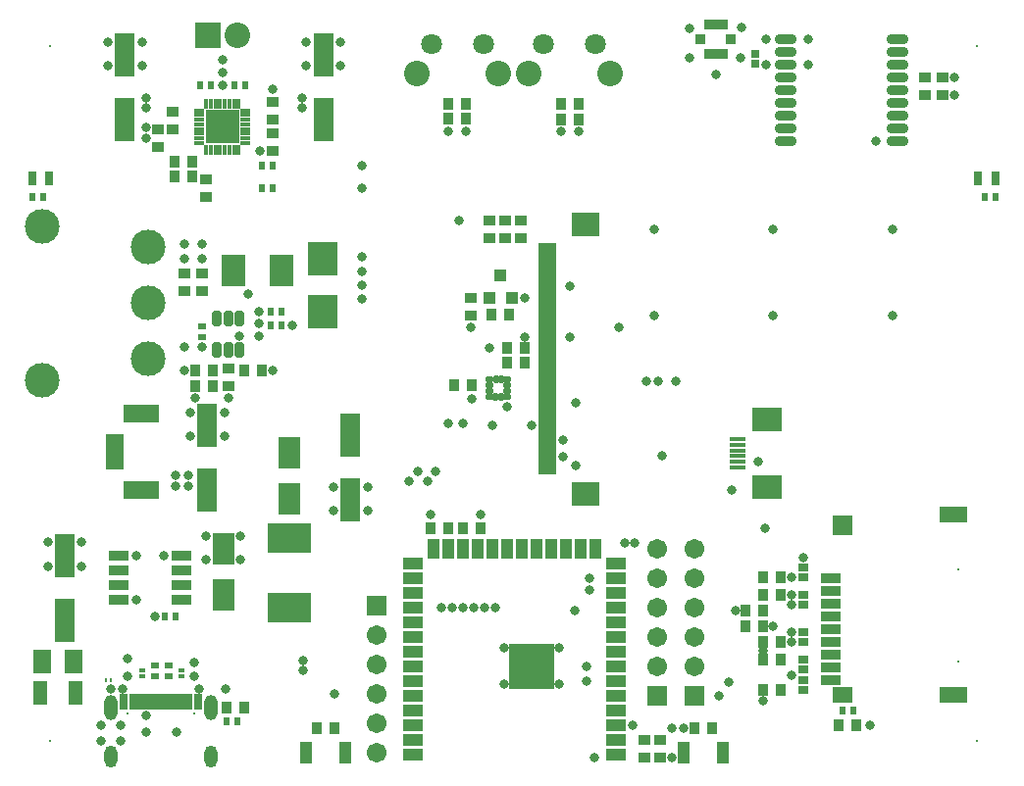
<source format=gts>
G04*
G04 #@! TF.GenerationSoftware,Altium Limited,Altium Designer,23.6.0 (18)*
G04*
G04 Layer_Color=8388736*
%FSLAX25Y25*%
%MOIN*%
G70*
G04*
G04 #@! TF.SameCoordinates,B1711246-A666-457E-9349-3D56B44E1F9A*
G04*
G04*
G04 #@! TF.FilePolarity,Negative*
G04*
G01*
G75*
%ADD76R,0.01063X0.01378*%
%ADD77R,0.04973X0.07965*%
%ADD78R,0.05315X0.01575*%
%ADD79R,0.10236X0.08268*%
%ADD80O,0.07487X0.03550*%
%ADD81R,0.03162X0.02926*%
%ADD82R,0.01417X0.03780*%
%ADD83R,0.03780X0.01417*%
%ADD84R,0.11430X0.11430*%
G04:AMPARAMS|DCode=85|XSize=25.72mil|YSize=21.78mil|CornerRadius=6.07mil|HoleSize=0mil|Usage=FLASHONLY|Rotation=0.000|XOffset=0mil|YOffset=0mil|HoleType=Round|Shape=RoundedRectangle|*
%AMROUNDEDRECTD85*
21,1,0.02572,0.00965,0,0,0.0*
21,1,0.01358,0.02178,0,0,0.0*
1,1,0.01213,0.00679,-0.00482*
1,1,0.01213,-0.00679,-0.00482*
1,1,0.01213,-0.00679,0.00482*
1,1,0.01213,0.00679,0.00482*
%
%ADD85ROUNDEDRECTD85*%
G04:AMPARAMS|DCode=86|XSize=25.72mil|YSize=21.78mil|CornerRadius=6.07mil|HoleSize=0mil|Usage=FLASHONLY|Rotation=90.000|XOffset=0mil|YOffset=0mil|HoleType=Round|Shape=RoundedRectangle|*
%AMROUNDEDRECTD86*
21,1,0.02572,0.00965,0,0,90.0*
21,1,0.01358,0.02178,0,0,90.0*
1,1,0.01213,0.00482,0.00679*
1,1,0.01213,0.00482,-0.00679*
1,1,0.01213,-0.00482,-0.00679*
1,1,0.01213,-0.00482,0.00679*
%
%ADD86ROUNDEDRECTD86*%
%ADD87R,0.02233X0.02933*%
%ADD88R,0.07099X0.14580*%
%ADD89R,0.04300X0.03800*%
%ADD90R,0.14580X0.10052*%
%ADD91R,0.03800X0.04300*%
%ADD92R,0.04028X0.04422*%
%ADD93R,0.06312X0.07965*%
%ADD94R,0.03972X0.03472*%
%ADD95R,0.08268X0.03543*%
%ADD96R,0.03543X0.03543*%
%ADD97R,0.03543X0.03543*%
%ADD98R,0.07493X0.10642*%
%ADD99R,0.02272X0.02972*%
%ADD100R,0.06706X0.03359*%
%ADD101R,0.01890X0.01496*%
%ADD102R,0.02933X0.02233*%
%ADD103R,0.03472X0.03972*%
%ADD104R,0.01981X0.05524*%
%ADD105R,0.03162X0.05524*%
%ADD106R,0.15367X0.15367*%
%ADD107R,0.06706X0.04343*%
%ADD108R,0.04343X0.06706*%
%ADD109R,0.04028X0.07572*%
%ADD110R,0.03398X0.02965*%
%ADD111R,0.06706X0.07099*%
%ADD112R,0.07099X0.03556*%
%ADD113R,0.06706X0.05524*%
%ADD114R,0.09461X0.05524*%
G04:AMPARAMS|DCode=115|XSize=55.24mil|YSize=31.62mil|CornerRadius=6.95mil|HoleSize=0mil|Usage=FLASHONLY|Rotation=270.000|XOffset=0mil|YOffset=0mil|HoleType=Round|Shape=RoundedRectangle|*
%AMROUNDEDRECTD115*
21,1,0.05524,0.01772,0,0,270.0*
21,1,0.04134,0.03162,0,0,270.0*
1,1,0.01391,-0.00886,-0.02067*
1,1,0.01391,-0.00886,0.02067*
1,1,0.01391,0.00886,0.02067*
1,1,0.01391,0.00886,-0.02067*
%
%ADD115ROUNDEDRECTD115*%
%ADD116R,0.08280X0.11036*%
%ADD117R,0.02972X0.02272*%
%ADD118R,0.10249X0.11824*%
%ADD119R,0.02769X0.04737*%
%ADD120R,0.09461X0.07887*%
%ADD121R,0.05918X0.01981*%
%ADD122C,0.06706*%
%ADD123R,0.06706X0.06706*%
%ADD124O,0.04343X0.07493*%
%ADD125O,0.04343X0.08674*%
%ADD126C,0.00800*%
%ADD127C,0.08674*%
%ADD128C,0.07099*%
%ADD129R,0.08674X0.08674*%
%ADD130R,0.06299X0.12205*%
%ADD131R,0.12205X0.06299*%
%ADD132C,0.00394*%
%ADD133C,0.11824*%
%ADD134R,0.00800X0.00800*%
%ADD135C,0.03162*%
D76*
X28777Y30687D02*
D03*
X30352D02*
D03*
D77*
X18416Y26200D02*
D03*
X6384D02*
D03*
D78*
X243228Y102787D02*
D03*
Y104755D02*
D03*
Y106725D02*
D03*
Y108693D02*
D03*
Y110661D02*
D03*
Y112629D02*
D03*
D79*
X253366Y96134D02*
D03*
Y119283D02*
D03*
D80*
X259800Y213882D02*
D03*
Y218212D02*
D03*
Y222543D02*
D03*
Y226874D02*
D03*
Y231204D02*
D03*
Y235535D02*
D03*
Y239866D02*
D03*
Y244197D02*
D03*
Y248527D02*
D03*
X297685D02*
D03*
Y244197D02*
D03*
Y239866D02*
D03*
Y235535D02*
D03*
Y231204D02*
D03*
Y226874D02*
D03*
Y222543D02*
D03*
Y218212D02*
D03*
Y213882D02*
D03*
D81*
X249200Y240295D02*
D03*
Y243696D02*
D03*
D82*
X73774Y226654D02*
D03*
X72199D02*
D03*
X70624D02*
D03*
X69050D02*
D03*
X62750D02*
D03*
X67475D02*
D03*
X65900D02*
D03*
X64325D02*
D03*
X62750Y210906D02*
D03*
X64325D02*
D03*
X65900D02*
D03*
X67475D02*
D03*
X69050D02*
D03*
X70624D02*
D03*
X72199D02*
D03*
X73774D02*
D03*
D83*
X60388Y213268D02*
D03*
Y214843D02*
D03*
Y216418D02*
D03*
Y217993D02*
D03*
Y224292D02*
D03*
Y222717D02*
D03*
Y221143D02*
D03*
Y219568D02*
D03*
X76136Y213268D02*
D03*
Y214843D02*
D03*
Y216418D02*
D03*
Y217993D02*
D03*
Y224292D02*
D03*
Y222717D02*
D03*
Y221143D02*
D03*
Y219568D02*
D03*
D84*
X68262Y218780D02*
D03*
D85*
X159162Y130786D02*
D03*
Y128818D02*
D03*
Y132755D02*
D03*
Y126849D02*
D03*
X165186Y132755D02*
D03*
Y130786D02*
D03*
Y128818D02*
D03*
Y126849D02*
D03*
D86*
X161190Y132814D02*
D03*
X163158D02*
D03*
Y126790D02*
D03*
X161131D02*
D03*
D87*
X81700Y197732D02*
D03*
X85400D02*
D03*
X73500Y16385D02*
D03*
X69800D02*
D03*
X278930Y20100D02*
D03*
X282630D02*
D03*
X85400Y205632D02*
D03*
X81700D02*
D03*
X327353Y195000D02*
D03*
X331053D02*
D03*
X3594D02*
D03*
X7294D02*
D03*
D88*
X35100Y243190D02*
D03*
Y221143D02*
D03*
X14700Y50976D02*
D03*
Y73024D02*
D03*
X111800Y113924D02*
D03*
Y91876D02*
D03*
X102600Y243190D02*
D03*
Y221143D02*
D03*
X63100Y117144D02*
D03*
Y95097D02*
D03*
D89*
X164300Y180900D02*
D03*
Y186900D02*
D03*
X158900Y180900D02*
D03*
Y186900D02*
D03*
X152600Y160469D02*
D03*
Y154469D02*
D03*
X169750Y186900D02*
D03*
Y180900D02*
D03*
X62750Y195032D02*
D03*
Y201032D02*
D03*
X70240Y136521D02*
D03*
Y130520D02*
D03*
D90*
X90900Y78900D02*
D03*
Y55081D02*
D03*
D91*
X257900Y37507D02*
D03*
X251900D02*
D03*
X257900Y27079D02*
D03*
X251900D02*
D03*
X257900Y43417D02*
D03*
X251900D02*
D03*
X257900Y65465D02*
D03*
X251900D02*
D03*
X257900Y59556D02*
D03*
X251900D02*
D03*
X159800Y154886D02*
D03*
X165800D02*
D03*
X234600Y14220D02*
D03*
X228600D02*
D03*
X100361D02*
D03*
X106361D02*
D03*
X155961Y82320D02*
D03*
X149961D02*
D03*
X138961D02*
D03*
X144961D02*
D03*
X145104Y221388D02*
D03*
X151104D02*
D03*
X183212Y221369D02*
D03*
X189212D02*
D03*
X64900Y130520D02*
D03*
X58900D02*
D03*
Y136021D02*
D03*
X64900D02*
D03*
X147070Y130786D02*
D03*
X153070D02*
D03*
D92*
X166540Y160469D02*
D03*
X159060D02*
D03*
X162800Y168343D02*
D03*
D93*
X7046Y36800D02*
D03*
X17754D02*
D03*
D94*
X312900Y235535D02*
D03*
Y229535D02*
D03*
X307100Y235535D02*
D03*
Y229535D02*
D03*
X217100Y10321D02*
D03*
Y4321D02*
D03*
X211700Y10321D02*
D03*
Y4321D02*
D03*
X85400Y227143D02*
D03*
Y221143D02*
D03*
Y216418D02*
D03*
Y210418D02*
D03*
X46300Y218000D02*
D03*
Y212000D02*
D03*
X51200Y218000D02*
D03*
Y224000D02*
D03*
X61300Y162718D02*
D03*
Y168718D02*
D03*
X55250Y162718D02*
D03*
Y168718D02*
D03*
D95*
X235882Y253644D02*
D03*
Y243408D02*
D03*
D96*
X230764Y248526D02*
D03*
D97*
X241000Y248527D02*
D03*
D98*
X68600Y75274D02*
D03*
Y59526D02*
D03*
X90900Y107948D02*
D03*
Y92200D02*
D03*
D99*
X52250Y52200D02*
D03*
X48550D02*
D03*
X60625Y233036D02*
D03*
X64325D02*
D03*
X75899D02*
D03*
X72199D02*
D03*
X88236Y155883D02*
D03*
X84536D02*
D03*
X88236Y151158D02*
D03*
X84536D02*
D03*
D100*
X54330Y57766D02*
D03*
Y62766D02*
D03*
Y67766D02*
D03*
Y72766D02*
D03*
X33070D02*
D03*
Y67766D02*
D03*
Y62766D02*
D03*
Y57766D02*
D03*
D101*
X41080Y31800D02*
D03*
Y33965D02*
D03*
X54269Y31800D02*
D03*
Y33965D02*
D03*
D102*
X45472Y31850D02*
D03*
Y35550D02*
D03*
X50000Y31850D02*
D03*
Y35550D02*
D03*
D103*
X69800Y21106D02*
D03*
X75800D02*
D03*
X283780Y15100D02*
D03*
X277780D02*
D03*
X251900Y49031D02*
D03*
X245900D02*
D03*
X251900Y54131D02*
D03*
X245900D02*
D03*
X145104Y226688D02*
D03*
X151104D02*
D03*
X183212Y226669D02*
D03*
X189212D02*
D03*
X51900Y201732D02*
D03*
X57900D02*
D03*
X51900Y206732D02*
D03*
X57900D02*
D03*
X81600Y136000D02*
D03*
X75600D02*
D03*
X165186Y143600D02*
D03*
X171186D02*
D03*
X165186Y138586D02*
D03*
X171186D02*
D03*
D104*
X40490Y23350D02*
D03*
X42458D02*
D03*
X44427D02*
D03*
X46395D02*
D03*
X54269D02*
D03*
X52301D02*
D03*
X50332D02*
D03*
X48364D02*
D03*
D105*
X34781D02*
D03*
X59978D02*
D03*
X37931D02*
D03*
X56828D02*
D03*
D106*
X173386Y35320D02*
D03*
D107*
X133032Y70320D02*
D03*
X201929Y5320D02*
D03*
Y10321D02*
D03*
Y15321D02*
D03*
Y20321D02*
D03*
Y25321D02*
D03*
Y30321D02*
D03*
Y35320D02*
D03*
Y40321D02*
D03*
Y45320D02*
D03*
Y50321D02*
D03*
Y55321D02*
D03*
Y60321D02*
D03*
Y65320D02*
D03*
Y70320D02*
D03*
X133032Y65320D02*
D03*
Y60321D02*
D03*
Y55321D02*
D03*
Y50321D02*
D03*
Y45320D02*
D03*
Y40321D02*
D03*
Y35320D02*
D03*
Y30321D02*
D03*
Y25321D02*
D03*
Y20321D02*
D03*
Y15321D02*
D03*
Y10321D02*
D03*
Y5320D02*
D03*
D108*
X194961Y75242D02*
D03*
X189961D02*
D03*
X184961D02*
D03*
X179961D02*
D03*
X174961D02*
D03*
X169961D02*
D03*
X164961D02*
D03*
X159961D02*
D03*
X154961D02*
D03*
X149961D02*
D03*
X144961D02*
D03*
X139961D02*
D03*
D109*
X224907Y5821D02*
D03*
X238293D02*
D03*
X110054D02*
D03*
X96668D02*
D03*
D110*
X265528Y34161D02*
D03*
Y37507D02*
D03*
Y46764D02*
D03*
Y43417D02*
D03*
Y30425D02*
D03*
Y27079D02*
D03*
Y56209D02*
D03*
Y59556D02*
D03*
Y68811D02*
D03*
Y65465D02*
D03*
D111*
X278930Y83181D02*
D03*
D112*
X274993Y34756D02*
D03*
Y39087D02*
D03*
Y43417D02*
D03*
Y47748D02*
D03*
Y52079D02*
D03*
Y56410D02*
D03*
Y60740D02*
D03*
Y65071D02*
D03*
Y30425D02*
D03*
D113*
X278930Y25701D02*
D03*
D114*
X316725Y86724D02*
D03*
Y25701D02*
D03*
D115*
X73980Y142891D02*
D03*
X70240D02*
D03*
X66500D02*
D03*
Y153521D02*
D03*
X70240D02*
D03*
X73980D02*
D03*
D116*
X72095Y169921D02*
D03*
X88236D02*
D03*
D117*
X61300Y150850D02*
D03*
Y147150D02*
D03*
D118*
X102500Y173993D02*
D03*
Y155883D02*
D03*
D119*
X325147Y201200D02*
D03*
X331053D02*
D03*
X9500D02*
D03*
X3594D02*
D03*
D120*
X191598Y185666D02*
D03*
Y93934D02*
D03*
D121*
X178802Y178186D02*
D03*
Y176217D02*
D03*
Y174249D02*
D03*
Y172280D02*
D03*
Y170312D02*
D03*
Y168343D02*
D03*
Y166375D02*
D03*
Y164406D02*
D03*
Y162438D02*
D03*
Y160469D02*
D03*
Y158501D02*
D03*
Y156532D02*
D03*
Y154564D02*
D03*
Y152595D02*
D03*
Y150627D02*
D03*
Y148658D02*
D03*
Y146690D02*
D03*
Y144721D02*
D03*
Y142753D02*
D03*
Y140784D02*
D03*
Y138816D02*
D03*
Y136847D02*
D03*
Y134879D02*
D03*
Y132910D02*
D03*
Y130942D02*
D03*
Y128973D02*
D03*
Y127005D02*
D03*
Y125036D02*
D03*
Y123068D02*
D03*
Y121099D02*
D03*
Y119131D02*
D03*
Y117162D02*
D03*
Y115194D02*
D03*
Y113225D02*
D03*
Y111257D02*
D03*
Y109288D02*
D03*
Y107320D02*
D03*
Y105351D02*
D03*
Y103383D02*
D03*
Y101414D02*
D03*
D122*
X228600Y75300D02*
D03*
Y65300D02*
D03*
Y55300D02*
D03*
Y45300D02*
D03*
Y35300D02*
D03*
X215900Y75300D02*
D03*
Y65300D02*
D03*
Y55300D02*
D03*
Y45300D02*
D03*
Y35300D02*
D03*
X120700Y45821D02*
D03*
Y35820D02*
D03*
Y25820D02*
D03*
Y15821D02*
D03*
Y5821D02*
D03*
D123*
X228600Y25300D02*
D03*
X215900D02*
D03*
X120700Y55821D02*
D03*
D124*
X30352Y4650D02*
D03*
X64407D02*
D03*
D125*
X30352Y21106D02*
D03*
X64407D02*
D03*
D126*
X58758Y19138D02*
D03*
X36002D02*
D03*
X318300Y68221D02*
D03*
Y36724D02*
D03*
D127*
X134324Y236749D02*
D03*
X161883D02*
D03*
X172432Y236729D02*
D03*
X199991D02*
D03*
X73262Y249932D02*
D03*
D128*
X156962Y246788D02*
D03*
X139245D02*
D03*
X195070Y246769D02*
D03*
X177353D02*
D03*
D129*
X63262Y249932D02*
D03*
D130*
X31648Y108121D02*
D03*
D131*
X40703Y121113D02*
D03*
Y95128D02*
D03*
D132*
X15900Y108121D02*
D03*
D133*
X43110Y177718D02*
D03*
Y158820D02*
D03*
Y139923D02*
D03*
X6890Y132639D02*
D03*
Y185002D02*
D03*
D134*
X324803Y9843D02*
D03*
X324803Y246063D02*
D03*
X9843Y246063D02*
D03*
Y9843D02*
D03*
D135*
X192084Y30321D02*
D03*
X193189Y61321D02*
D03*
X192084Y35320D02*
D03*
X242600Y54131D02*
D03*
X240371Y29964D02*
D03*
X252700Y82200D02*
D03*
X204883Y77230D02*
D03*
X208245D02*
D03*
X95800Y37100D02*
D03*
Y33738D02*
D03*
X241300Y95300D02*
D03*
X217675Y106725D02*
D03*
X250500Y104756D02*
D03*
X253100Y239866D02*
D03*
Y248527D02*
D03*
X226963Y242071D02*
D03*
Y252171D02*
D03*
X235882Y236700D02*
D03*
X244401Y242071D02*
D03*
X244840Y252383D02*
D03*
X222300Y132172D02*
D03*
X182800Y29141D02*
D03*
X251900Y40465D02*
D03*
X27104Y15100D02*
D03*
Y10000D02*
D03*
X215000Y154400D02*
D03*
X255500D02*
D03*
X296000D02*
D03*
Y183900D02*
D03*
X255500D02*
D03*
X215000D02*
D03*
X106361Y25820D02*
D03*
X165186Y123658D02*
D03*
X153639Y55319D02*
D03*
X142600Y55300D02*
D03*
X184100Y112200D02*
D03*
X173354Y117162D02*
D03*
X138961Y87020D02*
D03*
X117600Y88153D02*
D03*
X171186Y147280D02*
D03*
X186419D02*
D03*
X152600Y150600D02*
D03*
X221100Y14245D02*
D03*
X224907Y14220D02*
D03*
X317100Y235535D02*
D03*
X148631Y186900D02*
D03*
X115800Y160300D02*
D03*
Y165000D02*
D03*
Y169700D02*
D03*
Y174400D02*
D03*
X186419Y164406D02*
D03*
X74000Y147600D02*
D03*
X80600D02*
D03*
X115800Y205632D02*
D03*
X290285Y213882D02*
D03*
X267200Y239866D02*
D03*
Y248527D02*
D03*
X45472Y52200D02*
D03*
X58600Y36502D02*
D03*
X36159Y37760D02*
D03*
X163972Y41500D02*
D03*
Y29141D02*
D03*
X182800Y41500D02*
D03*
X194800Y4321D02*
D03*
X221100D02*
D03*
X288300Y15350D02*
D03*
X171186Y160469D02*
D03*
X184100Y106693D02*
D03*
X188200Y125036D02*
D03*
X159162Y143600D02*
D03*
X95400Y228700D02*
D03*
Y225157D02*
D03*
X42300D02*
D03*
Y228700D02*
D03*
X48501Y72766D02*
D03*
X42364Y18494D02*
D03*
X85400Y231400D02*
D03*
X80857Y210418D02*
D03*
X42300Y214843D02*
D03*
Y218387D02*
D03*
X68262Y241400D02*
D03*
Y237218D02*
D03*
Y233036D02*
D03*
X64500Y215061D02*
D03*
X72024D02*
D03*
Y222500D02*
D03*
X64500D02*
D03*
X68262Y218780D02*
D03*
X317100Y229535D02*
D03*
X188200Y103693D02*
D03*
X188189Y54321D02*
D03*
X216200Y132172D02*
D03*
X212326D02*
D03*
X138038Y98178D02*
D03*
X155919Y87020D02*
D03*
X134809Y101402D02*
D03*
X131809Y98178D02*
D03*
X140821Y101402D02*
D03*
X146300Y55300D02*
D03*
X151104Y217120D02*
D03*
X189212Y217100D02*
D03*
X115800Y197732D02*
D03*
X144961Y117845D02*
D03*
X149961D02*
D03*
X52659Y12800D02*
D03*
X42364D02*
D03*
X36159Y31769D02*
D03*
X193189Y65320D02*
D03*
X160939Y55300D02*
D03*
X157239D02*
D03*
X150000D02*
D03*
X183212Y217100D02*
D03*
X145104Y217120D02*
D03*
X29300Y239466D02*
D03*
Y247566D02*
D03*
X40900Y239466D02*
D03*
Y247566D02*
D03*
X96800Y239466D02*
D03*
Y247566D02*
D03*
X108400Y239466D02*
D03*
Y247566D02*
D03*
X38900Y57766D02*
D03*
Y72766D02*
D03*
X57300Y121520D02*
D03*
Y113420D02*
D03*
X68900Y121520D02*
D03*
Y113420D02*
D03*
X117600Y96253D02*
D03*
X106000D02*
D03*
Y88153D02*
D03*
X62800Y79650D02*
D03*
Y71550D02*
D03*
X74400Y79650D02*
D03*
Y71550D02*
D03*
X20500Y77400D02*
D03*
Y69300D02*
D03*
X8900D02*
D03*
Y77400D02*
D03*
X261738Y46903D02*
D03*
X261714Y43417D02*
D03*
X202938Y150600D02*
D03*
X159987Y117162D02*
D03*
X153070Y126367D02*
D03*
X207700Y15321D02*
D03*
X69407Y27477D02*
D03*
X60459D02*
D03*
X30352D02*
D03*
X58600Y31769D02*
D03*
X33600Y10000D02*
D03*
Y15100D02*
D03*
X34300Y27477D02*
D03*
X251900Y23400D02*
D03*
X261714Y56094D02*
D03*
X237092Y25321D02*
D03*
X265528Y72200D02*
D03*
X261714Y32300D02*
D03*
X255300Y49000D02*
D03*
X261714Y59556D02*
D03*
Y65465D02*
D03*
X85436Y136000D02*
D03*
X77100Y161800D02*
D03*
X58900Y126700D02*
D03*
X70240D02*
D03*
X55250Y136021D02*
D03*
X91977Y151158D02*
D03*
X55250Y143820D02*
D03*
X61300D02*
D03*
X55250Y178718D02*
D03*
X61300D02*
D03*
X80600Y151741D02*
D03*
Y155883D02*
D03*
X61300Y173821D02*
D03*
X55250D02*
D03*
X52500Y96700D02*
D03*
X56600D02*
D03*
X52500Y100200D02*
D03*
X56600D02*
D03*
M02*

</source>
